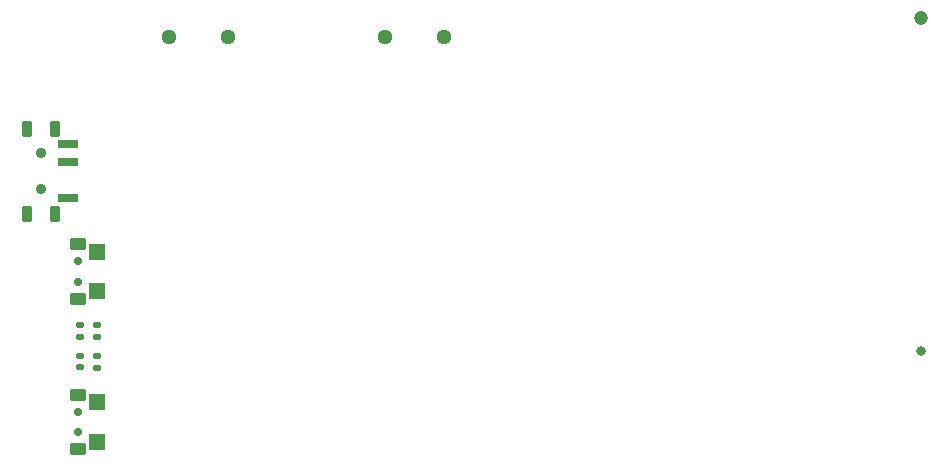
<source format=gbs>
G04 #@! TF.GenerationSoftware,KiCad,Pcbnew,(6.0.4)*
G04 #@! TF.CreationDate,2022-05-11T13:02:33+08:00*
G04 #@! TF.ProjectId,A133CoreDK-LCDdeck,41313333-436f-4726-9544-4b2d4c434464,rev?*
G04 #@! TF.SameCoordinates,Original*
G04 #@! TF.FileFunction,Soldermask,Bot*
G04 #@! TF.FilePolarity,Negative*
%FSLAX46Y46*%
G04 Gerber Fmt 4.6, Leading zero omitted, Abs format (unit mm)*
G04 Created by KiCad (PCBNEW (6.0.4)) date 2022-05-11 13:02:33*
%MOMM*%
%LPD*%
G01*
G04 APERTURE LIST*
G04 Aperture macros list*
%AMRoundRect*
0 Rectangle with rounded corners*
0 $1 Rounding radius*
0 $2 $3 $4 $5 $6 $7 $8 $9 X,Y pos of 4 corners*
0 Add a 4 corners polygon primitive as box body*
4,1,4,$2,$3,$4,$5,$6,$7,$8,$9,$2,$3,0*
0 Add four circle primitives for the rounded corners*
1,1,$1+$1,$2,$3*
1,1,$1+$1,$4,$5*
1,1,$1+$1,$6,$7*
1,1,$1+$1,$8,$9*
0 Add four rect primitives between the rounded corners*
20,1,$1+$1,$2,$3,$4,$5,0*
20,1,$1+$1,$4,$5,$6,$7,0*
20,1,$1+$1,$6,$7,$8,$9,0*
20,1,$1+$1,$8,$9,$2,$3,0*%
G04 Aperture macros list end*
%ADD10C,0.800000*%
%ADD11C,1.200000*%
%ADD12C,1.300500*%
%ADD13C,0.701000*%
%ADD14RoundRect,0.050800X0.599450X-0.449600X0.599450X0.449600X-0.599450X0.449600X-0.599450X-0.449600X0*%
%ADD15RoundRect,0.050800X-0.599450X0.449600X-0.599450X-0.449600X0.599450X-0.449600X0.599450X0.449600X0*%
%ADD16RoundRect,0.050800X0.650250X-0.599450X0.650250X0.599450X-0.650250X0.599450X-0.650250X-0.599450X0*%
%ADD17RoundRect,0.135000X-0.185000X0.135000X-0.185000X-0.135000X0.185000X-0.135000X0.185000X0.135000X0*%
%ADD18RoundRect,0.135000X0.185000X-0.135000X0.185000X0.135000X-0.185000X0.135000X-0.185000X-0.135000X0*%
%ADD19RoundRect,0.140000X-0.170000X0.140000X-0.170000X-0.140000X0.170000X-0.140000X0.170000X0.140000X0*%
%ADD20C,0.899200*%
%ADD21RoundRect,0.050800X-0.762000X-0.299700X0.762000X-0.299700X0.762000X0.299700X-0.762000X0.299700X0*%
%ADD22RoundRect,0.050800X-0.350500X0.599450X-0.350500X-0.599450X0.350500X-0.599450X0.350500X0.599450X0*%
G04 APERTURE END LIST*
D10*
X169964000Y-97559100D03*
D11*
X169964000Y-69359300D03*
D12*
X129626400Y-70942160D03*
X124627600Y-70942160D03*
X106263400Y-70942160D03*
X111262200Y-70942160D03*
D13*
X98629475Y-89978250D03*
X98629475Y-91680050D03*
D14*
X98629475Y-93130350D03*
D15*
X98629475Y-88530450D03*
D16*
X100178875Y-89155250D03*
X100178875Y-92505550D03*
D13*
X98629475Y-102703650D03*
D15*
X98629475Y-101255850D03*
D13*
X98629475Y-104405450D03*
D14*
X98629475Y-105855750D03*
D16*
X100178875Y-101880650D03*
X100178875Y-105230950D03*
D17*
X100203000Y-95349600D03*
X100203000Y-96369600D03*
D18*
X98729800Y-96369600D03*
X98729800Y-95349600D03*
D19*
X98729800Y-97995800D03*
X98729800Y-98955800D03*
D20*
X95459500Y-83820000D03*
X95459500Y-80820300D03*
D21*
X97710000Y-84571800D03*
X97710000Y-81572100D03*
X97710000Y-80071000D03*
D22*
X96610100Y-78722200D03*
X94311400Y-78722200D03*
X94311400Y-85920600D03*
X96610100Y-85920600D03*
D17*
X100203000Y-97965800D03*
X100203000Y-98985800D03*
M02*

</source>
